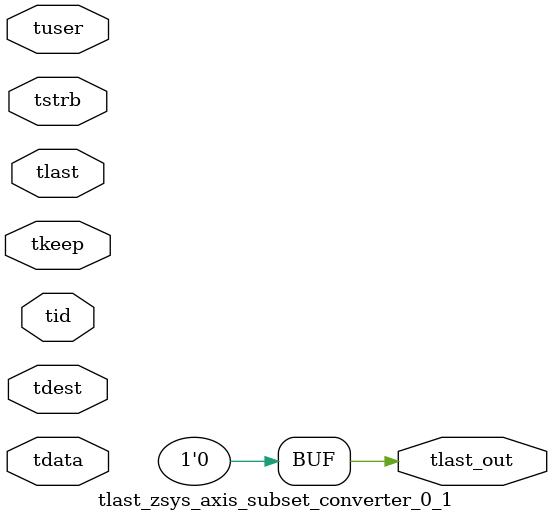
<source format=v>


`timescale 1ps/1ps

module tlast_zsys_axis_subset_converter_0_1 #
(
parameter C_S_AXIS_TID_WIDTH   = 1,
parameter C_S_AXIS_TUSER_WIDTH = 0,
parameter C_S_AXIS_TDATA_WIDTH = 0,
parameter C_S_AXIS_TDEST_WIDTH = 0
)
(
input  [(C_S_AXIS_TID_WIDTH   == 0 ? 1 : C_S_AXIS_TID_WIDTH)-1:0       ] tid,
input  [(C_S_AXIS_TDATA_WIDTH == 0 ? 1 : C_S_AXIS_TDATA_WIDTH)-1:0     ] tdata,
input  [(C_S_AXIS_TUSER_WIDTH == 0 ? 1 : C_S_AXIS_TUSER_WIDTH)-1:0     ] tuser,
input  [(C_S_AXIS_TDEST_WIDTH == 0 ? 1 : C_S_AXIS_TDEST_WIDTH)-1:0     ] tdest,
input  [(C_S_AXIS_TDATA_WIDTH/8)-1:0 ] tkeep,
input  [(C_S_AXIS_TDATA_WIDTH/8)-1:0 ] tstrb,
input  [0:0]                                                             tlast,
output                                                                   tlast_out
);

assign tlast_out = {1'b0};

endmodule


</source>
